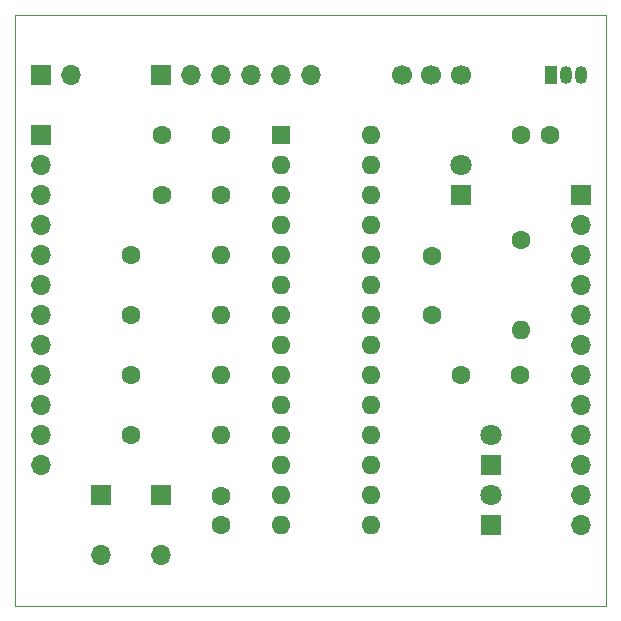
<source format=gbr>
%TF.GenerationSoftware,KiCad,Pcbnew,7.0.1*%
%TF.CreationDate,2023-04-13T23:32:15-05:00*%
%TF.ProjectId,hw4.2,6877342e-322e-46b6-9963-61645f706362,rev?*%
%TF.SameCoordinates,Original*%
%TF.FileFunction,Soldermask,Bot*%
%TF.FilePolarity,Negative*%
%FSLAX46Y46*%
G04 Gerber Fmt 4.6, Leading zero omitted, Abs format (unit mm)*
G04 Created by KiCad (PCBNEW 7.0.1) date 2023-04-13 23:32:15*
%MOMM*%
%LPD*%
G01*
G04 APERTURE LIST*
%ADD10C,1.600000*%
%ADD11O,1.600000X1.600000*%
%ADD12R,1.700000X1.700000*%
%ADD13O,1.700000X1.700000*%
%ADD14C,1.700000*%
%ADD15C,1.800000*%
%ADD16R,1.800000X1.800000*%
%ADD17R,1.050000X1.500000*%
%ADD18O,1.050000X1.500000*%
%ADD19R,1.600000X1.600000*%
%TA.AperFunction,Profile*%
%ADD20C,0.100000*%
%TD*%
G04 APERTURE END LIST*
D10*
%TO.C,R4*%
X147320000Y-91440000D03*
D11*
X154940000Y-91440000D03*
%TD*%
D12*
%TO.C,J1*%
X139700000Y-71120000D03*
D13*
X142240000Y-71120000D03*
%TD*%
D11*
%TO.C,R5*%
X154940000Y-86360000D03*
D10*
X147320000Y-86360000D03*
%TD*%
D12*
%TO.C,J2*%
X149860000Y-71120000D03*
D13*
X152400000Y-71120000D03*
X154940000Y-71120000D03*
X157480000Y-71120000D03*
X160020000Y-71120000D03*
X162560000Y-71120000D03*
%TD*%
D14*
%TO.C,SW4*%
X170260000Y-71120000D03*
X172760000Y-71120000D03*
X175260000Y-71120000D03*
%TD*%
D11*
%TO.C,R2*%
X154940000Y-101600000D03*
D10*
X147320000Y-101600000D03*
%TD*%
D15*
%TO.C,D2*%
X177800000Y-101600000D03*
D16*
X177800000Y-104140000D03*
%TD*%
D10*
%TO.C,C4*%
X180340000Y-76200000D03*
X182840000Y-76200000D03*
%TD*%
%TO.C,C6*%
X154980000Y-106720000D03*
X154980000Y-109220000D03*
%TD*%
D17*
%TO.C,U2*%
X182920000Y-71120000D03*
D18*
X184190000Y-71120000D03*
X185460000Y-71120000D03*
%TD*%
D10*
%TO.C,C5*%
X175260000Y-96520000D03*
X180260000Y-96520000D03*
%TD*%
%TO.C,C2*%
X154940000Y-81280000D03*
X149940000Y-81280000D03*
%TD*%
D16*
%TO.C,D1*%
X175260000Y-81280000D03*
D15*
X175260000Y-78740000D03*
%TD*%
D11*
%TO.C,R3*%
X154940000Y-96520000D03*
D10*
X147320000Y-96520000D03*
%TD*%
D12*
%TO.C,J4*%
X185420000Y-81280000D03*
D13*
X185420000Y-83820000D03*
X185420000Y-86360000D03*
X185420000Y-88900000D03*
X185420000Y-91440000D03*
X185420000Y-93980000D03*
X185420000Y-96520000D03*
X185420000Y-99060000D03*
X185420000Y-101600000D03*
X185420000Y-104140000D03*
X185420000Y-106680000D03*
X185420000Y-109220000D03*
%TD*%
D12*
%TO.C,J3*%
X139700000Y-76200000D03*
D13*
X139700000Y-78740000D03*
X139700000Y-81280000D03*
X139700000Y-83820000D03*
X139700000Y-86360000D03*
X139700000Y-88900000D03*
X139700000Y-91440000D03*
X139700000Y-93980000D03*
X139700000Y-96520000D03*
X139700000Y-99060000D03*
X139700000Y-101600000D03*
X139700000Y-104140000D03*
%TD*%
D10*
%TO.C,R1*%
X180340000Y-85090000D03*
D11*
X180340000Y-92710000D03*
%TD*%
D15*
%TO.C,D3*%
X177800000Y-106680000D03*
D16*
X177800000Y-109220000D03*
%TD*%
D10*
%TO.C,C3*%
X172800000Y-86440000D03*
X172800000Y-91440000D03*
%TD*%
D12*
%TO.C,SW2*%
X144780000Y-106680000D03*
D13*
X144780000Y-111760000D03*
%TD*%
D12*
%TO.C,SW1*%
X149860000Y-106680000D03*
D13*
X149860000Y-111760000D03*
%TD*%
D10*
%TO.C,C1*%
X154940000Y-76200000D03*
X149940000Y-76200000D03*
%TD*%
D19*
%TO.C,U1*%
X160020000Y-76200000D03*
D11*
X160020000Y-78740000D03*
X160020000Y-81280000D03*
X160020000Y-83820000D03*
X160020000Y-86360000D03*
X160020000Y-88900000D03*
X160020000Y-91440000D03*
X160020000Y-93980000D03*
X160020000Y-96520000D03*
X160020000Y-99060000D03*
X160020000Y-101600000D03*
X160020000Y-104140000D03*
X160020000Y-106680000D03*
X160020000Y-109220000D03*
X167640000Y-109220000D03*
X167640000Y-106680000D03*
X167640000Y-104140000D03*
X167640000Y-101600000D03*
X167640000Y-99060000D03*
X167640000Y-96520000D03*
X167640000Y-93980000D03*
X167640000Y-91440000D03*
X167640000Y-88900000D03*
X167640000Y-86360000D03*
X167640000Y-83820000D03*
X167640000Y-81280000D03*
X167640000Y-78740000D03*
X167640000Y-76200000D03*
%TD*%
D20*
X137560000Y-66040000D02*
X187560000Y-66040000D01*
X187560000Y-116040000D01*
X137560000Y-116040000D01*
X137560000Y-66040000D01*
M02*

</source>
